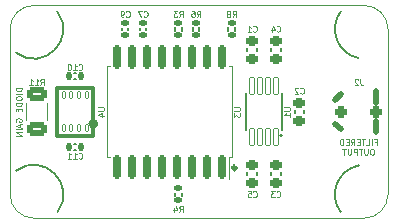
<source format=gbo>
%TF.GenerationSoftware,KiCad,Pcbnew,7.0.10*%
%TF.CreationDate,2024-02-15T14:25:30-05:00*%
%TF.ProjectId,wingbeat_detector,77696e67-6265-4617-945f-646574656374,4.0*%
%TF.SameCoordinates,Original*%
%TF.FileFunction,Legend,Bot*%
%TF.FilePolarity,Positive*%
%FSLAX46Y46*%
G04 Gerber Fmt 4.6, Leading zero omitted, Abs format (unit mm)*
G04 Created by KiCad (PCBNEW 7.0.10) date 2024-02-15 14:25:30*
%MOMM*%
%LPD*%
G01*
G04 APERTURE LIST*
G04 Aperture macros list*
%AMRoundRect*
0 Rectangle with rounded corners*
0 $1 Rounding radius*
0 $2 $3 $4 $5 $6 $7 $8 $9 X,Y pos of 4 corners*
0 Add a 4 corners polygon primitive as box body*
4,1,4,$2,$3,$4,$5,$6,$7,$8,$9,$2,$3,0*
0 Add four circle primitives for the rounded corners*
1,1,$1+$1,$2,$3*
1,1,$1+$1,$4,$5*
1,1,$1+$1,$6,$7*
1,1,$1+$1,$8,$9*
0 Add four rect primitives between the rounded corners*
20,1,$1+$1,$2,$3,$4,$5,0*
20,1,$1+$1,$4,$5,$6,$7,0*
20,1,$1+$1,$6,$7,$8,$9,0*
20,1,$1+$1,$8,$9,$2,$3,0*%
%AMFreePoly0*
4,1,18,-0.825000,1.117500,-0.818720,1.149071,-0.800836,1.175836,-0.774071,1.193720,-0.742500,1.200000,0.742500,1.200000,0.774071,1.193720,0.800836,1.175836,0.818720,1.149071,0.825000,1.117500,0.825000,-1.117500,0.818720,-1.149071,0.800836,-1.175836,0.774071,-1.193720,0.742500,-1.200000,-0.495000,-1.200000,-0.825000,-0.870000,-0.825000,1.117500,-0.825000,1.117500,$1*%
%AMFreePoly1*
4,1,18,-0.475000,0.910000,-0.460537,0.982710,-0.419350,1.044350,-0.357710,1.085537,-0.285000,1.100000,0.285000,1.100000,0.357710,1.085537,0.419350,1.044350,0.460537,0.982710,0.475000,0.910000,0.475000,-0.862500,0.237500,-1.100000,-0.285000,-1.100000,-0.357710,-1.085537,-0.419350,-1.044350,-0.460537,-0.982710,-0.475000,-0.910000,-0.475000,0.910000,-0.475000,0.910000,$1*%
%AMFreePoly2*
4,1,18,-0.475000,0.910000,-0.460537,0.982710,-0.419350,1.044350,-0.357710,1.085537,-0.285000,1.100000,0.285000,1.100000,0.357710,1.085537,0.419350,1.044350,0.460537,0.982710,0.475000,0.910000,0.475000,-0.910000,0.460537,-0.982710,0.419350,-1.044350,0.357710,-1.085537,0.285000,-1.100000,-0.237500,-1.100000,-0.475000,-0.862500,-0.475000,0.910000,-0.475000,0.910000,$1*%
G04 Aperture macros list end*
%ADD10C,0.150000*%
%ADD11C,0.125000*%
%ADD12C,0.300000*%
%ADD13C,0.120000*%
%ADD14C,0.127000*%
%ADD15C,0.200000*%
%ADD16C,0.500000*%
%ADD17C,2.660000*%
%ADD18C,0.650000*%
%ADD19O,0.650000X0.900000*%
%ADD20C,0.600000*%
%ADD21O,1.300000X0.800000*%
%ADD22RoundRect,0.140000X0.170000X-0.140000X0.170000X0.140000X-0.170000X0.140000X-0.170000X-0.140000X0*%
%ADD23RoundRect,0.135000X-0.185000X0.135000X-0.185000X-0.135000X0.185000X-0.135000X0.185000X0.135000X0*%
%ADD24RoundRect,0.225000X0.250000X-0.225000X0.250000X0.225000X-0.250000X0.225000X-0.250000X-0.225000X0*%
%ADD25RoundRect,0.135000X0.185000X-0.135000X0.185000X0.135000X-0.185000X0.135000X-0.185000X-0.135000X0*%
%ADD26RoundRect,0.030000X0.120000X-0.270000X0.120000X0.270000X-0.120000X0.270000X-0.120000X-0.270000X0*%
%ADD27FreePoly0,90.000000*%
%ADD28C,1.000000*%
%ADD29RoundRect,0.250000X0.625000X-0.312500X0.625000X0.312500X-0.625000X0.312500X-0.625000X-0.312500X0*%
%ADD30RoundRect,0.028200X0.206800X-0.681800X0.206800X0.681800X-0.206800X0.681800X-0.206800X-0.681800X0*%
%ADD31RoundRect,0.150000X0.150000X-0.875000X0.150000X0.875000X-0.150000X0.875000X-0.150000X-0.875000X0*%
%ADD32RoundRect,0.237500X-0.237500X0.262500X-0.237500X-0.262500X0.237500X-0.262500X0.237500X0.262500X0*%
%ADD33FreePoly1,270.000000*%
%ADD34FreePoly2,270.000000*%
%ADD35RoundRect,0.140000X0.140000X0.170000X-0.140000X0.170000X-0.140000X-0.170000X0.140000X-0.170000X0*%
%ADD36RoundRect,0.140000X-0.170000X0.140000X-0.170000X-0.140000X0.170000X-0.140000X0.170000X0.140000X0*%
%ADD37RoundRect,0.225000X-0.250000X0.225000X-0.250000X-0.225000X0.250000X-0.225000X0.250000X0.225000X0*%
%TA.AperFunction,Profile*%
%ADD38C,0.100000*%
%TD*%
G04 APERTURE END LIST*
D10*
X162000000Y-91500000D02*
G75*
G03*
X163509710Y-95451452I2000000J-1500000D01*
G01*
X134500000Y-95000000D02*
G75*
G03*
X138000000Y-91500000I1500000J2000000D01*
G01*
X138000000Y-108500000D02*
G75*
G03*
X134500000Y-105000000I-2000000J1500000D01*
G01*
X163509710Y-104548548D02*
G75*
G03*
X162000000Y-108500000I490290J-2451452D01*
G01*
D11*
X134974809Y-97976190D02*
X134474809Y-97976190D01*
X134474809Y-97976190D02*
X134474809Y-98095238D01*
X134474809Y-98095238D02*
X134498619Y-98166666D01*
X134498619Y-98166666D02*
X134546238Y-98214285D01*
X134546238Y-98214285D02*
X134593857Y-98238095D01*
X134593857Y-98238095D02*
X134689095Y-98261904D01*
X134689095Y-98261904D02*
X134760523Y-98261904D01*
X134760523Y-98261904D02*
X134855761Y-98238095D01*
X134855761Y-98238095D02*
X134903380Y-98214285D01*
X134903380Y-98214285D02*
X134951000Y-98166666D01*
X134951000Y-98166666D02*
X134974809Y-98095238D01*
X134974809Y-98095238D02*
X134974809Y-97976190D01*
X134974809Y-98476190D02*
X134474809Y-98476190D01*
X134474809Y-98809523D02*
X134474809Y-98904761D01*
X134474809Y-98904761D02*
X134498619Y-98952380D01*
X134498619Y-98952380D02*
X134546238Y-98999999D01*
X134546238Y-98999999D02*
X134641476Y-99023809D01*
X134641476Y-99023809D02*
X134808142Y-99023809D01*
X134808142Y-99023809D02*
X134903380Y-98999999D01*
X134903380Y-98999999D02*
X134951000Y-98952380D01*
X134951000Y-98952380D02*
X134974809Y-98904761D01*
X134974809Y-98904761D02*
X134974809Y-98809523D01*
X134974809Y-98809523D02*
X134951000Y-98761904D01*
X134951000Y-98761904D02*
X134903380Y-98714285D01*
X134903380Y-98714285D02*
X134808142Y-98690476D01*
X134808142Y-98690476D02*
X134641476Y-98690476D01*
X134641476Y-98690476D02*
X134546238Y-98714285D01*
X134546238Y-98714285D02*
X134498619Y-98761904D01*
X134498619Y-98761904D02*
X134474809Y-98809523D01*
X134974809Y-99238095D02*
X134474809Y-99238095D01*
X134474809Y-99238095D02*
X134474809Y-99357143D01*
X134474809Y-99357143D02*
X134498619Y-99428571D01*
X134498619Y-99428571D02*
X134546238Y-99476190D01*
X134546238Y-99476190D02*
X134593857Y-99500000D01*
X134593857Y-99500000D02*
X134689095Y-99523809D01*
X134689095Y-99523809D02*
X134760523Y-99523809D01*
X134760523Y-99523809D02*
X134855761Y-99500000D01*
X134855761Y-99500000D02*
X134903380Y-99476190D01*
X134903380Y-99476190D02*
X134951000Y-99428571D01*
X134951000Y-99428571D02*
X134974809Y-99357143D01*
X134974809Y-99357143D02*
X134974809Y-99238095D01*
X134712904Y-99738095D02*
X134712904Y-99904762D01*
X134974809Y-99976190D02*
X134974809Y-99738095D01*
X134974809Y-99738095D02*
X134474809Y-99738095D01*
X134474809Y-99738095D02*
X134474809Y-99976190D01*
X134498619Y-100833333D02*
X134474809Y-100785714D01*
X134474809Y-100785714D02*
X134474809Y-100714285D01*
X134474809Y-100714285D02*
X134498619Y-100642857D01*
X134498619Y-100642857D02*
X134546238Y-100595238D01*
X134546238Y-100595238D02*
X134593857Y-100571428D01*
X134593857Y-100571428D02*
X134689095Y-100547619D01*
X134689095Y-100547619D02*
X134760523Y-100547619D01*
X134760523Y-100547619D02*
X134855761Y-100571428D01*
X134855761Y-100571428D02*
X134903380Y-100595238D01*
X134903380Y-100595238D02*
X134951000Y-100642857D01*
X134951000Y-100642857D02*
X134974809Y-100714285D01*
X134974809Y-100714285D02*
X134974809Y-100761904D01*
X134974809Y-100761904D02*
X134951000Y-100833333D01*
X134951000Y-100833333D02*
X134927190Y-100857142D01*
X134927190Y-100857142D02*
X134760523Y-100857142D01*
X134760523Y-100857142D02*
X134760523Y-100761904D01*
X134831952Y-101047619D02*
X134831952Y-101285714D01*
X134974809Y-101000000D02*
X134474809Y-101166666D01*
X134474809Y-101166666D02*
X134974809Y-101333333D01*
X134974809Y-101499999D02*
X134474809Y-101499999D01*
X134974809Y-101738094D02*
X134474809Y-101738094D01*
X134474809Y-101738094D02*
X134974809Y-102023808D01*
X134974809Y-102023808D02*
X134474809Y-102023808D01*
X164892856Y-102560404D02*
X165059523Y-102560404D01*
X165059523Y-102822309D02*
X165059523Y-102322309D01*
X165059523Y-102322309D02*
X164821428Y-102322309D01*
X164630952Y-102822309D02*
X164630952Y-102322309D01*
X164154762Y-102822309D02*
X164392857Y-102822309D01*
X164392857Y-102822309D02*
X164392857Y-102322309D01*
X164059523Y-102322309D02*
X163773809Y-102322309D01*
X163916666Y-102822309D02*
X163916666Y-102322309D01*
X163607143Y-102560404D02*
X163440476Y-102560404D01*
X163369048Y-102822309D02*
X163607143Y-102822309D01*
X163607143Y-102822309D02*
X163607143Y-102322309D01*
X163607143Y-102322309D02*
X163369048Y-102322309D01*
X162869048Y-102822309D02*
X163035714Y-102584214D01*
X163154762Y-102822309D02*
X163154762Y-102322309D01*
X163154762Y-102322309D02*
X162964286Y-102322309D01*
X162964286Y-102322309D02*
X162916667Y-102346119D01*
X162916667Y-102346119D02*
X162892857Y-102369928D01*
X162892857Y-102369928D02*
X162869048Y-102417547D01*
X162869048Y-102417547D02*
X162869048Y-102488976D01*
X162869048Y-102488976D02*
X162892857Y-102536595D01*
X162892857Y-102536595D02*
X162916667Y-102560404D01*
X162916667Y-102560404D02*
X162964286Y-102584214D01*
X162964286Y-102584214D02*
X163154762Y-102584214D01*
X162654762Y-102560404D02*
X162488095Y-102560404D01*
X162416667Y-102822309D02*
X162654762Y-102822309D01*
X162654762Y-102822309D02*
X162654762Y-102322309D01*
X162654762Y-102322309D02*
X162416667Y-102322309D01*
X162202381Y-102822309D02*
X162202381Y-102322309D01*
X162202381Y-102322309D02*
X162083333Y-102322309D01*
X162083333Y-102322309D02*
X162011905Y-102346119D01*
X162011905Y-102346119D02*
X161964286Y-102393738D01*
X161964286Y-102393738D02*
X161940476Y-102441357D01*
X161940476Y-102441357D02*
X161916667Y-102536595D01*
X161916667Y-102536595D02*
X161916667Y-102608023D01*
X161916667Y-102608023D02*
X161940476Y-102703261D01*
X161940476Y-102703261D02*
X161964286Y-102750880D01*
X161964286Y-102750880D02*
X162011905Y-102798500D01*
X162011905Y-102798500D02*
X162083333Y-102822309D01*
X162083333Y-102822309D02*
X162202381Y-102822309D01*
X164702381Y-103127309D02*
X164607143Y-103127309D01*
X164607143Y-103127309D02*
X164559524Y-103151119D01*
X164559524Y-103151119D02*
X164511905Y-103198738D01*
X164511905Y-103198738D02*
X164488095Y-103293976D01*
X164488095Y-103293976D02*
X164488095Y-103460642D01*
X164488095Y-103460642D02*
X164511905Y-103555880D01*
X164511905Y-103555880D02*
X164559524Y-103603500D01*
X164559524Y-103603500D02*
X164607143Y-103627309D01*
X164607143Y-103627309D02*
X164702381Y-103627309D01*
X164702381Y-103627309D02*
X164750000Y-103603500D01*
X164750000Y-103603500D02*
X164797619Y-103555880D01*
X164797619Y-103555880D02*
X164821428Y-103460642D01*
X164821428Y-103460642D02*
X164821428Y-103293976D01*
X164821428Y-103293976D02*
X164797619Y-103198738D01*
X164797619Y-103198738D02*
X164750000Y-103151119D01*
X164750000Y-103151119D02*
X164702381Y-103127309D01*
X164273809Y-103127309D02*
X164273809Y-103532071D01*
X164273809Y-103532071D02*
X164249999Y-103579690D01*
X164249999Y-103579690D02*
X164226190Y-103603500D01*
X164226190Y-103603500D02*
X164178571Y-103627309D01*
X164178571Y-103627309D02*
X164083333Y-103627309D01*
X164083333Y-103627309D02*
X164035714Y-103603500D01*
X164035714Y-103603500D02*
X164011904Y-103579690D01*
X164011904Y-103579690D02*
X163988095Y-103532071D01*
X163988095Y-103532071D02*
X163988095Y-103127309D01*
X163821427Y-103127309D02*
X163535713Y-103127309D01*
X163678570Y-103627309D02*
X163678570Y-103127309D01*
X163369047Y-103627309D02*
X163369047Y-103127309D01*
X163369047Y-103127309D02*
X163178571Y-103127309D01*
X163178571Y-103127309D02*
X163130952Y-103151119D01*
X163130952Y-103151119D02*
X163107142Y-103174928D01*
X163107142Y-103174928D02*
X163083333Y-103222547D01*
X163083333Y-103222547D02*
X163083333Y-103293976D01*
X163083333Y-103293976D02*
X163107142Y-103341595D01*
X163107142Y-103341595D02*
X163130952Y-103365404D01*
X163130952Y-103365404D02*
X163178571Y-103389214D01*
X163178571Y-103389214D02*
X163369047Y-103389214D01*
X162869047Y-103127309D02*
X162869047Y-103532071D01*
X162869047Y-103532071D02*
X162845237Y-103579690D01*
X162845237Y-103579690D02*
X162821428Y-103603500D01*
X162821428Y-103603500D02*
X162773809Y-103627309D01*
X162773809Y-103627309D02*
X162678571Y-103627309D01*
X162678571Y-103627309D02*
X162630952Y-103603500D01*
X162630952Y-103603500D02*
X162607142Y-103579690D01*
X162607142Y-103579690D02*
X162583333Y-103532071D01*
X162583333Y-103532071D02*
X162583333Y-103127309D01*
X162416665Y-103127309D02*
X162130951Y-103127309D01*
X162273808Y-103627309D02*
X162273808Y-103127309D01*
X145333333Y-91927190D02*
X145357142Y-91951000D01*
X145357142Y-91951000D02*
X145428571Y-91974809D01*
X145428571Y-91974809D02*
X145476190Y-91974809D01*
X145476190Y-91974809D02*
X145547618Y-91951000D01*
X145547618Y-91951000D02*
X145595237Y-91903380D01*
X145595237Y-91903380D02*
X145619047Y-91855761D01*
X145619047Y-91855761D02*
X145642856Y-91760523D01*
X145642856Y-91760523D02*
X145642856Y-91689095D01*
X145642856Y-91689095D02*
X145619047Y-91593857D01*
X145619047Y-91593857D02*
X145595237Y-91546238D01*
X145595237Y-91546238D02*
X145547618Y-91498619D01*
X145547618Y-91498619D02*
X145476190Y-91474809D01*
X145476190Y-91474809D02*
X145428571Y-91474809D01*
X145428571Y-91474809D02*
X145357142Y-91498619D01*
X145357142Y-91498619D02*
X145333333Y-91522428D01*
X145166666Y-91474809D02*
X144833333Y-91474809D01*
X144833333Y-91474809D02*
X145047618Y-91974809D01*
X148333333Y-91974809D02*
X148499999Y-91736714D01*
X148619047Y-91974809D02*
X148619047Y-91474809D01*
X148619047Y-91474809D02*
X148428571Y-91474809D01*
X148428571Y-91474809D02*
X148380952Y-91498619D01*
X148380952Y-91498619D02*
X148357142Y-91522428D01*
X148357142Y-91522428D02*
X148333333Y-91570047D01*
X148333333Y-91570047D02*
X148333333Y-91641476D01*
X148333333Y-91641476D02*
X148357142Y-91689095D01*
X148357142Y-91689095D02*
X148380952Y-91712904D01*
X148380952Y-91712904D02*
X148428571Y-91736714D01*
X148428571Y-91736714D02*
X148619047Y-91736714D01*
X148166666Y-91474809D02*
X147857142Y-91474809D01*
X147857142Y-91474809D02*
X148023809Y-91665285D01*
X148023809Y-91665285D02*
X147952380Y-91665285D01*
X147952380Y-91665285D02*
X147904761Y-91689095D01*
X147904761Y-91689095D02*
X147880952Y-91712904D01*
X147880952Y-91712904D02*
X147857142Y-91760523D01*
X147857142Y-91760523D02*
X147857142Y-91879571D01*
X147857142Y-91879571D02*
X147880952Y-91927190D01*
X147880952Y-91927190D02*
X147904761Y-91951000D01*
X147904761Y-91951000D02*
X147952380Y-91974809D01*
X147952380Y-91974809D02*
X148095237Y-91974809D01*
X148095237Y-91974809D02*
X148142856Y-91951000D01*
X148142856Y-91951000D02*
X148166666Y-91927190D01*
X156583333Y-93177190D02*
X156607142Y-93201000D01*
X156607142Y-93201000D02*
X156678571Y-93224809D01*
X156678571Y-93224809D02*
X156726190Y-93224809D01*
X156726190Y-93224809D02*
X156797618Y-93201000D01*
X156797618Y-93201000D02*
X156845237Y-93153380D01*
X156845237Y-93153380D02*
X156869047Y-93105761D01*
X156869047Y-93105761D02*
X156892856Y-93010523D01*
X156892856Y-93010523D02*
X156892856Y-92939095D01*
X156892856Y-92939095D02*
X156869047Y-92843857D01*
X156869047Y-92843857D02*
X156845237Y-92796238D01*
X156845237Y-92796238D02*
X156797618Y-92748619D01*
X156797618Y-92748619D02*
X156726190Y-92724809D01*
X156726190Y-92724809D02*
X156678571Y-92724809D01*
X156678571Y-92724809D02*
X156607142Y-92748619D01*
X156607142Y-92748619D02*
X156583333Y-92772428D01*
X156154761Y-92891476D02*
X156154761Y-93224809D01*
X156273809Y-92701000D02*
X156392856Y-93058142D01*
X156392856Y-93058142D02*
X156083333Y-93058142D01*
X154583333Y-107177190D02*
X154607142Y-107201000D01*
X154607142Y-107201000D02*
X154678571Y-107224809D01*
X154678571Y-107224809D02*
X154726190Y-107224809D01*
X154726190Y-107224809D02*
X154797618Y-107201000D01*
X154797618Y-107201000D02*
X154845237Y-107153380D01*
X154845237Y-107153380D02*
X154869047Y-107105761D01*
X154869047Y-107105761D02*
X154892856Y-107010523D01*
X154892856Y-107010523D02*
X154892856Y-106939095D01*
X154892856Y-106939095D02*
X154869047Y-106843857D01*
X154869047Y-106843857D02*
X154845237Y-106796238D01*
X154845237Y-106796238D02*
X154797618Y-106748619D01*
X154797618Y-106748619D02*
X154726190Y-106724809D01*
X154726190Y-106724809D02*
X154678571Y-106724809D01*
X154678571Y-106724809D02*
X154607142Y-106748619D01*
X154607142Y-106748619D02*
X154583333Y-106772428D01*
X154130952Y-106724809D02*
X154369047Y-106724809D01*
X154369047Y-106724809D02*
X154392856Y-106962904D01*
X154392856Y-106962904D02*
X154369047Y-106939095D01*
X154369047Y-106939095D02*
X154321428Y-106915285D01*
X154321428Y-106915285D02*
X154202380Y-106915285D01*
X154202380Y-106915285D02*
X154154761Y-106939095D01*
X154154761Y-106939095D02*
X154130952Y-106962904D01*
X154130952Y-106962904D02*
X154107142Y-107010523D01*
X154107142Y-107010523D02*
X154107142Y-107129571D01*
X154107142Y-107129571D02*
X154130952Y-107177190D01*
X154130952Y-107177190D02*
X154154761Y-107201000D01*
X154154761Y-107201000D02*
X154202380Y-107224809D01*
X154202380Y-107224809D02*
X154321428Y-107224809D01*
X154321428Y-107224809D02*
X154369047Y-107201000D01*
X154369047Y-107201000D02*
X154392856Y-107177190D01*
X154583333Y-93177190D02*
X154607142Y-93201000D01*
X154607142Y-93201000D02*
X154678571Y-93224809D01*
X154678571Y-93224809D02*
X154726190Y-93224809D01*
X154726190Y-93224809D02*
X154797618Y-93201000D01*
X154797618Y-93201000D02*
X154845237Y-93153380D01*
X154845237Y-93153380D02*
X154869047Y-93105761D01*
X154869047Y-93105761D02*
X154892856Y-93010523D01*
X154892856Y-93010523D02*
X154892856Y-92939095D01*
X154892856Y-92939095D02*
X154869047Y-92843857D01*
X154869047Y-92843857D02*
X154845237Y-92796238D01*
X154845237Y-92796238D02*
X154797618Y-92748619D01*
X154797618Y-92748619D02*
X154726190Y-92724809D01*
X154726190Y-92724809D02*
X154678571Y-92724809D01*
X154678571Y-92724809D02*
X154607142Y-92748619D01*
X154607142Y-92748619D02*
X154583333Y-92772428D01*
X154107142Y-93224809D02*
X154392856Y-93224809D01*
X154249999Y-93224809D02*
X154249999Y-92724809D01*
X154249999Y-92724809D02*
X154297618Y-92796238D01*
X154297618Y-92796238D02*
X154345237Y-92843857D01*
X154345237Y-92843857D02*
X154392856Y-92867666D01*
X149833333Y-91974809D02*
X149999999Y-91736714D01*
X150119047Y-91974809D02*
X150119047Y-91474809D01*
X150119047Y-91474809D02*
X149928571Y-91474809D01*
X149928571Y-91474809D02*
X149880952Y-91498619D01*
X149880952Y-91498619D02*
X149857142Y-91522428D01*
X149857142Y-91522428D02*
X149833333Y-91570047D01*
X149833333Y-91570047D02*
X149833333Y-91641476D01*
X149833333Y-91641476D02*
X149857142Y-91689095D01*
X149857142Y-91689095D02*
X149880952Y-91712904D01*
X149880952Y-91712904D02*
X149928571Y-91736714D01*
X149928571Y-91736714D02*
X150119047Y-91736714D01*
X149404761Y-91474809D02*
X149499999Y-91474809D01*
X149499999Y-91474809D02*
X149547618Y-91498619D01*
X149547618Y-91498619D02*
X149571428Y-91522428D01*
X149571428Y-91522428D02*
X149619047Y-91593857D01*
X149619047Y-91593857D02*
X149642856Y-91689095D01*
X149642856Y-91689095D02*
X149642856Y-91879571D01*
X149642856Y-91879571D02*
X149619047Y-91927190D01*
X149619047Y-91927190D02*
X149595237Y-91951000D01*
X149595237Y-91951000D02*
X149547618Y-91974809D01*
X149547618Y-91974809D02*
X149452380Y-91974809D01*
X149452380Y-91974809D02*
X149404761Y-91951000D01*
X149404761Y-91951000D02*
X149380952Y-91927190D01*
X149380952Y-91927190D02*
X149357142Y-91879571D01*
X149357142Y-91879571D02*
X149357142Y-91760523D01*
X149357142Y-91760523D02*
X149380952Y-91712904D01*
X149380952Y-91712904D02*
X149404761Y-91689095D01*
X149404761Y-91689095D02*
X149452380Y-91665285D01*
X149452380Y-91665285D02*
X149547618Y-91665285D01*
X149547618Y-91665285D02*
X149595237Y-91689095D01*
X149595237Y-91689095D02*
X149619047Y-91712904D01*
X149619047Y-91712904D02*
X149642856Y-91760523D01*
X141474809Y-99619047D02*
X141879571Y-99619047D01*
X141879571Y-99619047D02*
X141927190Y-99642857D01*
X141927190Y-99642857D02*
X141951000Y-99666666D01*
X141951000Y-99666666D02*
X141974809Y-99714285D01*
X141974809Y-99714285D02*
X141974809Y-99809523D01*
X141974809Y-99809523D02*
X141951000Y-99857142D01*
X141951000Y-99857142D02*
X141927190Y-99880952D01*
X141927190Y-99880952D02*
X141879571Y-99904761D01*
X141879571Y-99904761D02*
X141474809Y-99904761D01*
X141641476Y-100357143D02*
X141974809Y-100357143D01*
X141451000Y-100238095D02*
X141808142Y-100119048D01*
X141808142Y-100119048D02*
X141808142Y-100428571D01*
X148333333Y-108474809D02*
X148499999Y-108236714D01*
X148619047Y-108474809D02*
X148619047Y-107974809D01*
X148619047Y-107974809D02*
X148428571Y-107974809D01*
X148428571Y-107974809D02*
X148380952Y-107998619D01*
X148380952Y-107998619D02*
X148357142Y-108022428D01*
X148357142Y-108022428D02*
X148333333Y-108070047D01*
X148333333Y-108070047D02*
X148333333Y-108141476D01*
X148333333Y-108141476D02*
X148357142Y-108189095D01*
X148357142Y-108189095D02*
X148380952Y-108212904D01*
X148380952Y-108212904D02*
X148428571Y-108236714D01*
X148428571Y-108236714D02*
X148619047Y-108236714D01*
X147904761Y-108141476D02*
X147904761Y-108474809D01*
X148023809Y-107951000D02*
X148142856Y-108308142D01*
X148142856Y-108308142D02*
X147833333Y-108308142D01*
X136571428Y-97724809D02*
X136738094Y-97486714D01*
X136857142Y-97724809D02*
X136857142Y-97224809D01*
X136857142Y-97224809D02*
X136666666Y-97224809D01*
X136666666Y-97224809D02*
X136619047Y-97248619D01*
X136619047Y-97248619D02*
X136595237Y-97272428D01*
X136595237Y-97272428D02*
X136571428Y-97320047D01*
X136571428Y-97320047D02*
X136571428Y-97391476D01*
X136571428Y-97391476D02*
X136595237Y-97439095D01*
X136595237Y-97439095D02*
X136619047Y-97462904D01*
X136619047Y-97462904D02*
X136666666Y-97486714D01*
X136666666Y-97486714D02*
X136857142Y-97486714D01*
X136095237Y-97724809D02*
X136380951Y-97724809D01*
X136238094Y-97724809D02*
X136238094Y-97224809D01*
X136238094Y-97224809D02*
X136285713Y-97296238D01*
X136285713Y-97296238D02*
X136333332Y-97343857D01*
X136333332Y-97343857D02*
X136380951Y-97367666D01*
X135619047Y-97724809D02*
X135904761Y-97724809D01*
X135761904Y-97724809D02*
X135761904Y-97224809D01*
X135761904Y-97224809D02*
X135809523Y-97296238D01*
X135809523Y-97296238D02*
X135857142Y-97343857D01*
X135857142Y-97343857D02*
X135904761Y-97367666D01*
X157224809Y-99619047D02*
X157629571Y-99619047D01*
X157629571Y-99619047D02*
X157677190Y-99642857D01*
X157677190Y-99642857D02*
X157701000Y-99666666D01*
X157701000Y-99666666D02*
X157724809Y-99714285D01*
X157724809Y-99714285D02*
X157724809Y-99809523D01*
X157724809Y-99809523D02*
X157701000Y-99857142D01*
X157701000Y-99857142D02*
X157677190Y-99880952D01*
X157677190Y-99880952D02*
X157629571Y-99904761D01*
X157629571Y-99904761D02*
X157224809Y-99904761D01*
X157724809Y-100404762D02*
X157724809Y-100119048D01*
X157724809Y-100261905D02*
X157224809Y-100261905D01*
X157224809Y-100261905D02*
X157296238Y-100214286D01*
X157296238Y-100214286D02*
X157343857Y-100166667D01*
X157343857Y-100166667D02*
X157367666Y-100119048D01*
X152974809Y-99619047D02*
X153379571Y-99619047D01*
X153379571Y-99619047D02*
X153427190Y-99642857D01*
X153427190Y-99642857D02*
X153451000Y-99666666D01*
X153451000Y-99666666D02*
X153474809Y-99714285D01*
X153474809Y-99714285D02*
X153474809Y-99809523D01*
X153474809Y-99809523D02*
X153451000Y-99857142D01*
X153451000Y-99857142D02*
X153427190Y-99880952D01*
X153427190Y-99880952D02*
X153379571Y-99904761D01*
X153379571Y-99904761D02*
X152974809Y-99904761D01*
X152974809Y-100095238D02*
X152974809Y-100404762D01*
X152974809Y-100404762D02*
X153165285Y-100238095D01*
X153165285Y-100238095D02*
X153165285Y-100309524D01*
X153165285Y-100309524D02*
X153189095Y-100357143D01*
X153189095Y-100357143D02*
X153212904Y-100380952D01*
X153212904Y-100380952D02*
X153260523Y-100404762D01*
X153260523Y-100404762D02*
X153379571Y-100404762D01*
X153379571Y-100404762D02*
X153427190Y-100380952D01*
X153427190Y-100380952D02*
X153451000Y-100357143D01*
X153451000Y-100357143D02*
X153474809Y-100309524D01*
X153474809Y-100309524D02*
X153474809Y-100166667D01*
X153474809Y-100166667D02*
X153451000Y-100119048D01*
X153451000Y-100119048D02*
X153427190Y-100095238D01*
X163666666Y-97224809D02*
X163666666Y-97581952D01*
X163666666Y-97581952D02*
X163690475Y-97653380D01*
X163690475Y-97653380D02*
X163738094Y-97701000D01*
X163738094Y-97701000D02*
X163809523Y-97724809D01*
X163809523Y-97724809D02*
X163857142Y-97724809D01*
X163452380Y-97272428D02*
X163428571Y-97248619D01*
X163428571Y-97248619D02*
X163380952Y-97224809D01*
X163380952Y-97224809D02*
X163261904Y-97224809D01*
X163261904Y-97224809D02*
X163214285Y-97248619D01*
X163214285Y-97248619D02*
X163190476Y-97272428D01*
X163190476Y-97272428D02*
X163166666Y-97320047D01*
X163166666Y-97320047D02*
X163166666Y-97367666D01*
X163166666Y-97367666D02*
X163190476Y-97439095D01*
X163190476Y-97439095D02*
X163476190Y-97724809D01*
X163476190Y-97724809D02*
X163166666Y-97724809D01*
X139821428Y-96427190D02*
X139845237Y-96451000D01*
X139845237Y-96451000D02*
X139916666Y-96474809D01*
X139916666Y-96474809D02*
X139964285Y-96474809D01*
X139964285Y-96474809D02*
X140035713Y-96451000D01*
X140035713Y-96451000D02*
X140083332Y-96403380D01*
X140083332Y-96403380D02*
X140107142Y-96355761D01*
X140107142Y-96355761D02*
X140130951Y-96260523D01*
X140130951Y-96260523D02*
X140130951Y-96189095D01*
X140130951Y-96189095D02*
X140107142Y-96093857D01*
X140107142Y-96093857D02*
X140083332Y-96046238D01*
X140083332Y-96046238D02*
X140035713Y-95998619D01*
X140035713Y-95998619D02*
X139964285Y-95974809D01*
X139964285Y-95974809D02*
X139916666Y-95974809D01*
X139916666Y-95974809D02*
X139845237Y-95998619D01*
X139845237Y-95998619D02*
X139821428Y-96022428D01*
X139345237Y-96474809D02*
X139630951Y-96474809D01*
X139488094Y-96474809D02*
X139488094Y-95974809D01*
X139488094Y-95974809D02*
X139535713Y-96046238D01*
X139535713Y-96046238D02*
X139583332Y-96093857D01*
X139583332Y-96093857D02*
X139630951Y-96117666D01*
X139035714Y-95974809D02*
X138988095Y-95974809D01*
X138988095Y-95974809D02*
X138940476Y-95998619D01*
X138940476Y-95998619D02*
X138916666Y-96022428D01*
X138916666Y-96022428D02*
X138892857Y-96070047D01*
X138892857Y-96070047D02*
X138869047Y-96165285D01*
X138869047Y-96165285D02*
X138869047Y-96284333D01*
X138869047Y-96284333D02*
X138892857Y-96379571D01*
X138892857Y-96379571D02*
X138916666Y-96427190D01*
X138916666Y-96427190D02*
X138940476Y-96451000D01*
X138940476Y-96451000D02*
X138988095Y-96474809D01*
X138988095Y-96474809D02*
X139035714Y-96474809D01*
X139035714Y-96474809D02*
X139083333Y-96451000D01*
X139083333Y-96451000D02*
X139107142Y-96427190D01*
X139107142Y-96427190D02*
X139130952Y-96379571D01*
X139130952Y-96379571D02*
X139154761Y-96284333D01*
X139154761Y-96284333D02*
X139154761Y-96165285D01*
X139154761Y-96165285D02*
X139130952Y-96070047D01*
X139130952Y-96070047D02*
X139107142Y-96022428D01*
X139107142Y-96022428D02*
X139083333Y-95998619D01*
X139083333Y-95998619D02*
X139035714Y-95974809D01*
X143833333Y-91927190D02*
X143857142Y-91951000D01*
X143857142Y-91951000D02*
X143928571Y-91974809D01*
X143928571Y-91974809D02*
X143976190Y-91974809D01*
X143976190Y-91974809D02*
X144047618Y-91951000D01*
X144047618Y-91951000D02*
X144095237Y-91903380D01*
X144095237Y-91903380D02*
X144119047Y-91855761D01*
X144119047Y-91855761D02*
X144142856Y-91760523D01*
X144142856Y-91760523D02*
X144142856Y-91689095D01*
X144142856Y-91689095D02*
X144119047Y-91593857D01*
X144119047Y-91593857D02*
X144095237Y-91546238D01*
X144095237Y-91546238D02*
X144047618Y-91498619D01*
X144047618Y-91498619D02*
X143976190Y-91474809D01*
X143976190Y-91474809D02*
X143928571Y-91474809D01*
X143928571Y-91474809D02*
X143857142Y-91498619D01*
X143857142Y-91498619D02*
X143833333Y-91522428D01*
X143595237Y-91974809D02*
X143499999Y-91974809D01*
X143499999Y-91974809D02*
X143452380Y-91951000D01*
X143452380Y-91951000D02*
X143428571Y-91927190D01*
X143428571Y-91927190D02*
X143380952Y-91855761D01*
X143380952Y-91855761D02*
X143357142Y-91760523D01*
X143357142Y-91760523D02*
X143357142Y-91570047D01*
X143357142Y-91570047D02*
X143380952Y-91522428D01*
X143380952Y-91522428D02*
X143404761Y-91498619D01*
X143404761Y-91498619D02*
X143452380Y-91474809D01*
X143452380Y-91474809D02*
X143547618Y-91474809D01*
X143547618Y-91474809D02*
X143595237Y-91498619D01*
X143595237Y-91498619D02*
X143619047Y-91522428D01*
X143619047Y-91522428D02*
X143642856Y-91570047D01*
X143642856Y-91570047D02*
X143642856Y-91689095D01*
X143642856Y-91689095D02*
X143619047Y-91736714D01*
X143619047Y-91736714D02*
X143595237Y-91760523D01*
X143595237Y-91760523D02*
X143547618Y-91784333D01*
X143547618Y-91784333D02*
X143452380Y-91784333D01*
X143452380Y-91784333D02*
X143404761Y-91760523D01*
X143404761Y-91760523D02*
X143380952Y-91736714D01*
X143380952Y-91736714D02*
X143357142Y-91689095D01*
X152833333Y-91974809D02*
X152999999Y-91736714D01*
X153119047Y-91974809D02*
X153119047Y-91474809D01*
X153119047Y-91474809D02*
X152928571Y-91474809D01*
X152928571Y-91474809D02*
X152880952Y-91498619D01*
X152880952Y-91498619D02*
X152857142Y-91522428D01*
X152857142Y-91522428D02*
X152833333Y-91570047D01*
X152833333Y-91570047D02*
X152833333Y-91641476D01*
X152833333Y-91641476D02*
X152857142Y-91689095D01*
X152857142Y-91689095D02*
X152880952Y-91712904D01*
X152880952Y-91712904D02*
X152928571Y-91736714D01*
X152928571Y-91736714D02*
X153119047Y-91736714D01*
X152547618Y-91689095D02*
X152595237Y-91665285D01*
X152595237Y-91665285D02*
X152619047Y-91641476D01*
X152619047Y-91641476D02*
X152642856Y-91593857D01*
X152642856Y-91593857D02*
X152642856Y-91570047D01*
X152642856Y-91570047D02*
X152619047Y-91522428D01*
X152619047Y-91522428D02*
X152595237Y-91498619D01*
X152595237Y-91498619D02*
X152547618Y-91474809D01*
X152547618Y-91474809D02*
X152452380Y-91474809D01*
X152452380Y-91474809D02*
X152404761Y-91498619D01*
X152404761Y-91498619D02*
X152380952Y-91522428D01*
X152380952Y-91522428D02*
X152357142Y-91570047D01*
X152357142Y-91570047D02*
X152357142Y-91593857D01*
X152357142Y-91593857D02*
X152380952Y-91641476D01*
X152380952Y-91641476D02*
X152404761Y-91665285D01*
X152404761Y-91665285D02*
X152452380Y-91689095D01*
X152452380Y-91689095D02*
X152547618Y-91689095D01*
X152547618Y-91689095D02*
X152595237Y-91712904D01*
X152595237Y-91712904D02*
X152619047Y-91736714D01*
X152619047Y-91736714D02*
X152642856Y-91784333D01*
X152642856Y-91784333D02*
X152642856Y-91879571D01*
X152642856Y-91879571D02*
X152619047Y-91927190D01*
X152619047Y-91927190D02*
X152595237Y-91951000D01*
X152595237Y-91951000D02*
X152547618Y-91974809D01*
X152547618Y-91974809D02*
X152452380Y-91974809D01*
X152452380Y-91974809D02*
X152404761Y-91951000D01*
X152404761Y-91951000D02*
X152380952Y-91927190D01*
X152380952Y-91927190D02*
X152357142Y-91879571D01*
X152357142Y-91879571D02*
X152357142Y-91784333D01*
X152357142Y-91784333D02*
X152380952Y-91736714D01*
X152380952Y-91736714D02*
X152404761Y-91712904D01*
X152404761Y-91712904D02*
X152452380Y-91689095D01*
X158583333Y-98427190D02*
X158607142Y-98451000D01*
X158607142Y-98451000D02*
X158678571Y-98474809D01*
X158678571Y-98474809D02*
X158726190Y-98474809D01*
X158726190Y-98474809D02*
X158797618Y-98451000D01*
X158797618Y-98451000D02*
X158845237Y-98403380D01*
X158845237Y-98403380D02*
X158869047Y-98355761D01*
X158869047Y-98355761D02*
X158892856Y-98260523D01*
X158892856Y-98260523D02*
X158892856Y-98189095D01*
X158892856Y-98189095D02*
X158869047Y-98093857D01*
X158869047Y-98093857D02*
X158845237Y-98046238D01*
X158845237Y-98046238D02*
X158797618Y-97998619D01*
X158797618Y-97998619D02*
X158726190Y-97974809D01*
X158726190Y-97974809D02*
X158678571Y-97974809D01*
X158678571Y-97974809D02*
X158607142Y-97998619D01*
X158607142Y-97998619D02*
X158583333Y-98022428D01*
X158392856Y-98022428D02*
X158369047Y-97998619D01*
X158369047Y-97998619D02*
X158321428Y-97974809D01*
X158321428Y-97974809D02*
X158202380Y-97974809D01*
X158202380Y-97974809D02*
X158154761Y-97998619D01*
X158154761Y-97998619D02*
X158130952Y-98022428D01*
X158130952Y-98022428D02*
X158107142Y-98070047D01*
X158107142Y-98070047D02*
X158107142Y-98117666D01*
X158107142Y-98117666D02*
X158130952Y-98189095D01*
X158130952Y-98189095D02*
X158416666Y-98474809D01*
X158416666Y-98474809D02*
X158107142Y-98474809D01*
X156583333Y-107177190D02*
X156607142Y-107201000D01*
X156607142Y-107201000D02*
X156678571Y-107224809D01*
X156678571Y-107224809D02*
X156726190Y-107224809D01*
X156726190Y-107224809D02*
X156797618Y-107201000D01*
X156797618Y-107201000D02*
X156845237Y-107153380D01*
X156845237Y-107153380D02*
X156869047Y-107105761D01*
X156869047Y-107105761D02*
X156892856Y-107010523D01*
X156892856Y-107010523D02*
X156892856Y-106939095D01*
X156892856Y-106939095D02*
X156869047Y-106843857D01*
X156869047Y-106843857D02*
X156845237Y-106796238D01*
X156845237Y-106796238D02*
X156797618Y-106748619D01*
X156797618Y-106748619D02*
X156726190Y-106724809D01*
X156726190Y-106724809D02*
X156678571Y-106724809D01*
X156678571Y-106724809D02*
X156607142Y-106748619D01*
X156607142Y-106748619D02*
X156583333Y-106772428D01*
X156416666Y-106724809D02*
X156107142Y-106724809D01*
X156107142Y-106724809D02*
X156273809Y-106915285D01*
X156273809Y-106915285D02*
X156202380Y-106915285D01*
X156202380Y-106915285D02*
X156154761Y-106939095D01*
X156154761Y-106939095D02*
X156130952Y-106962904D01*
X156130952Y-106962904D02*
X156107142Y-107010523D01*
X156107142Y-107010523D02*
X156107142Y-107129571D01*
X156107142Y-107129571D02*
X156130952Y-107177190D01*
X156130952Y-107177190D02*
X156154761Y-107201000D01*
X156154761Y-107201000D02*
X156202380Y-107224809D01*
X156202380Y-107224809D02*
X156345237Y-107224809D01*
X156345237Y-107224809D02*
X156392856Y-107201000D01*
X156392856Y-107201000D02*
X156416666Y-107177190D01*
X139821428Y-103927190D02*
X139845237Y-103951000D01*
X139845237Y-103951000D02*
X139916666Y-103974809D01*
X139916666Y-103974809D02*
X139964285Y-103974809D01*
X139964285Y-103974809D02*
X140035713Y-103951000D01*
X140035713Y-103951000D02*
X140083332Y-103903380D01*
X140083332Y-103903380D02*
X140107142Y-103855761D01*
X140107142Y-103855761D02*
X140130951Y-103760523D01*
X140130951Y-103760523D02*
X140130951Y-103689095D01*
X140130951Y-103689095D02*
X140107142Y-103593857D01*
X140107142Y-103593857D02*
X140083332Y-103546238D01*
X140083332Y-103546238D02*
X140035713Y-103498619D01*
X140035713Y-103498619D02*
X139964285Y-103474809D01*
X139964285Y-103474809D02*
X139916666Y-103474809D01*
X139916666Y-103474809D02*
X139845237Y-103498619D01*
X139845237Y-103498619D02*
X139821428Y-103522428D01*
X139345237Y-103974809D02*
X139630951Y-103974809D01*
X139488094Y-103974809D02*
X139488094Y-103474809D01*
X139488094Y-103474809D02*
X139535713Y-103546238D01*
X139535713Y-103546238D02*
X139583332Y-103593857D01*
X139583332Y-103593857D02*
X139630951Y-103617666D01*
X138869047Y-103974809D02*
X139154761Y-103974809D01*
X139011904Y-103974809D02*
X139011904Y-103474809D01*
X139011904Y-103474809D02*
X139059523Y-103546238D01*
X139059523Y-103546238D02*
X139107142Y-103593857D01*
X139107142Y-103593857D02*
X139154761Y-103617666D01*
D10*
%TO.C,C7*%
X145000000Y-93107836D02*
X145000000Y-92892164D01*
X145500000Y-93107836D02*
X145500000Y-92892164D01*
%TO.C,R3*%
X148525000Y-92846359D02*
X148525000Y-93153641D01*
X147975000Y-92846359D02*
X147975000Y-93153641D01*
%TO.C,C4*%
X156100000Y-94890580D02*
X156100000Y-94609420D01*
X156900000Y-94890580D02*
X156900000Y-94609420D01*
%TO.C,C5*%
X154100000Y-105390580D02*
X154100000Y-105109420D01*
X154900000Y-105390580D02*
X154900000Y-105109420D01*
%TO.C,C1*%
X154100000Y-94890580D02*
X154100000Y-94609420D01*
X154900000Y-94890580D02*
X154900000Y-94609420D01*
%TO.C,R6*%
X149475000Y-93153641D02*
X149475000Y-92846359D01*
X150025000Y-93153641D02*
X150025000Y-92846359D01*
D12*
%TO.C,U4*%
X141050000Y-102050000D02*
X137950000Y-102050000D01*
X137950000Y-102050000D02*
X137950000Y-97950000D01*
X137950000Y-97950000D02*
X141050000Y-97950000D01*
X141050000Y-97950000D02*
X141050000Y-102050000D01*
X141304951Y-101000000D02*
G75*
G03*
X140795049Y-101000000I-254951J0D01*
G01*
X140795049Y-101000000D02*
G75*
G03*
X141304951Y-101000000I254951J0D01*
G01*
D10*
%TO.C,R4*%
X148525000Y-106846359D02*
X148525000Y-107153641D01*
X147975000Y-106846359D02*
X147975000Y-107153641D01*
D13*
%TO.C,R11*%
X135340000Y-100727064D02*
X135340000Y-99272936D01*
X137160000Y-100727064D02*
X137160000Y-99272936D01*
D14*
%TO.C,U1*%
X153950000Y-101550000D02*
X153950000Y-98450000D01*
X157050000Y-101550000D02*
X157050000Y-98450000D01*
D15*
X157045000Y-102000000D02*
G75*
G03*
X156845000Y-102000000I-100000J0D01*
G01*
X156845000Y-102000000D02*
G75*
G03*
X157045000Y-102000000I100000J0D01*
G01*
D13*
%TO.C,U3*%
X142240000Y-103860000D02*
X142495000Y-103860000D01*
X152505000Y-103860000D02*
X152505000Y-105675000D01*
X152760000Y-103860000D02*
X152505000Y-103860000D01*
X142240000Y-100000000D02*
X142240000Y-103860000D01*
X142240000Y-100000000D02*
X142240000Y-96140000D01*
X152760000Y-100000000D02*
X152760000Y-103860000D01*
X152760000Y-100000000D02*
X152760000Y-96140000D01*
X142240000Y-96140000D02*
X142495000Y-96140000D01*
X152760000Y-96140000D02*
X152505000Y-96140000D01*
D12*
X153150000Y-104750000D02*
G75*
G03*
X152850000Y-104750000I-150000J0D01*
G01*
X152850000Y-104750000D02*
G75*
G03*
X153150000Y-104750000I150000J0D01*
G01*
D16*
%TO.C,J2*%
X165000000Y-98250000D02*
X165000000Y-99250000D01*
X162000000Y-98500000D02*
X161500000Y-99000000D01*
X165000000Y-100750000D02*
X165000000Y-101750000D01*
X161500000Y-101000000D02*
X162000000Y-101500000D01*
D10*
%TO.C,C10*%
X139607836Y-97250000D02*
X139392164Y-97250000D01*
X139607836Y-96750000D02*
X139392164Y-96750000D01*
%TO.C,C9*%
X144000000Y-92892164D02*
X144000000Y-93107836D01*
X143500000Y-92892164D02*
X143500000Y-93107836D01*
%TO.C,R8*%
X153025000Y-92846359D02*
X153025000Y-93153641D01*
X152475000Y-92846359D02*
X152475000Y-93153641D01*
%TO.C,C2*%
X158900000Y-99859420D02*
X158900000Y-100140580D01*
X158100000Y-99859420D02*
X158100000Y-100140580D01*
%TO.C,C3*%
X156900000Y-105109420D02*
X156900000Y-105390580D01*
X156100000Y-105109420D02*
X156100000Y-105390580D01*
%TO.C,C11*%
X139607836Y-103250000D02*
X139392164Y-103250000D01*
X139607836Y-102750000D02*
X139392164Y-102750000D01*
%TD*%
%LPC*%
D17*
%TO.C,H2*%
X164000000Y-93000000D03*
%TD*%
D18*
%TO.C,J1*%
X159000000Y-103550000D03*
D19*
X159000000Y-96350000D03*
D20*
X159650000Y-97150000D03*
X160350000Y-97550000D03*
X160350000Y-98350000D03*
X159650000Y-98750000D03*
X160350000Y-99150000D03*
X159650000Y-99550000D03*
X159650000Y-100350000D03*
X160350000Y-100750000D03*
X159650000Y-101150000D03*
X160350000Y-101550000D03*
X160350000Y-102350000D03*
X159650000Y-102750000D03*
D21*
X160250000Y-104080000D03*
X160250000Y-95820000D03*
X164700000Y-104490000D03*
X164700000Y-95510000D03*
%TD*%
D17*
%TO.C,H4*%
X136000000Y-107000000D03*
%TD*%
%TO.C,H3*%
X164000000Y-107000000D03*
%TD*%
%TO.C,H1*%
X136000000Y-93000000D03*
%TD*%
D22*
%TO.C,C7*%
X145250000Y-93480000D03*
X145250000Y-92520000D03*
%TD*%
D23*
%TO.C,R3*%
X148250000Y-92490000D03*
X148250000Y-93510000D03*
%TD*%
D24*
%TO.C,C4*%
X156500000Y-95525000D03*
X156500000Y-93975000D03*
%TD*%
%TO.C,C5*%
X154500000Y-106025000D03*
X154500000Y-104475000D03*
%TD*%
%TO.C,C1*%
X154500000Y-95525000D03*
X154500000Y-93975000D03*
%TD*%
D25*
%TO.C,R6*%
X149750000Y-93510000D03*
X149750000Y-92490000D03*
%TD*%
D26*
%TO.C,U4*%
X140475000Y-101400000D03*
X139825000Y-101400000D03*
X139175000Y-101400000D03*
X138525000Y-101400000D03*
X138525000Y-98600000D03*
X139175000Y-98600000D03*
X139825000Y-98600000D03*
X140475000Y-98600000D03*
D27*
X139500000Y-100000000D03*
%TD*%
D23*
%TO.C,R4*%
X148250000Y-106490000D03*
X148250000Y-107510000D03*
%TD*%
D28*
%TO.C,FID2*%
X160000000Y-107000000D03*
%TD*%
D29*
%TO.C,R11*%
X136250000Y-101462500D03*
X136250000Y-98537500D03*
%TD*%
D30*
%TO.C,U1*%
X156475000Y-102165000D03*
X155825000Y-102165000D03*
X155175000Y-102165000D03*
X154525000Y-102165000D03*
X154525000Y-97835000D03*
X155175000Y-97835000D03*
X155825000Y-97835000D03*
X156475000Y-97835000D03*
%TD*%
D31*
%TO.C,U3*%
X151945000Y-104650000D03*
X150675000Y-104650000D03*
X149405000Y-104650000D03*
X148135000Y-104650000D03*
X146865000Y-104650000D03*
X145595000Y-104650000D03*
X144325000Y-104650000D03*
X143055000Y-104650000D03*
X143055000Y-95350000D03*
X144325000Y-95350000D03*
X145595000Y-95350000D03*
X146865000Y-95350000D03*
X148135000Y-95350000D03*
X149405000Y-95350000D03*
X150675000Y-95350000D03*
X151945000Y-95350000D03*
%TD*%
D32*
%TO.C,J2*%
X162025000Y-100000000D03*
D33*
X163500000Y-98575000D03*
D32*
X164975000Y-100000000D03*
D34*
X163500000Y-101425000D03*
%TD*%
D35*
%TO.C,C10*%
X139980000Y-97000000D03*
X139020000Y-97000000D03*
%TD*%
D36*
%TO.C,C9*%
X143750000Y-92520000D03*
X143750000Y-93480000D03*
%TD*%
D23*
%TO.C,R8*%
X152750000Y-92490000D03*
X152750000Y-93510000D03*
%TD*%
D28*
%TO.C,FID4*%
X140000000Y-93000000D03*
%TD*%
D37*
%TO.C,C2*%
X158500000Y-99225000D03*
X158500000Y-100775000D03*
%TD*%
%TO.C,C3*%
X156500000Y-104475000D03*
X156500000Y-106025000D03*
%TD*%
D35*
%TO.C,C11*%
X139980000Y-103000000D03*
X139020000Y-103000000D03*
%TD*%
%LPD*%
D38*
X134000000Y-93000000D02*
X134000000Y-107000000D01*
X164000000Y-109000000D02*
G75*
G03*
X166000000Y-107000000I0J2000000D01*
G01*
X166000000Y-93000000D02*
G75*
G03*
X164000000Y-91000000I-2000000J0D01*
G01*
X136000000Y-91000000D02*
X164000000Y-91000000D01*
X136000000Y-91000000D02*
G75*
G03*
X134000000Y-93000000I0J-2000000D01*
G01*
X166000000Y-107000000D02*
X166000000Y-93000000D01*
X136000000Y-109000000D02*
X164000000Y-109000000D01*
X134000000Y-107000000D02*
G75*
G03*
X136000000Y-109000000I2000000J0D01*
G01*
M02*

</source>
